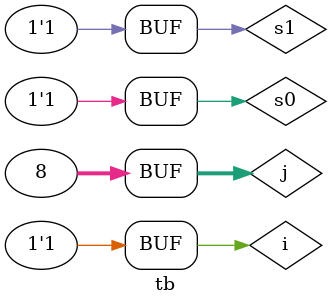
<source format=v>
module demux_behavioral(input i,s1,s0, output reg i0,i1,i2,i3);
	always @(i or s1 or s0) begin
		{i0,i1,i2,i3} = 4'b0000;
		case({s1,s0}) 
			2'b00: i0 = i;
			2'b01: i1 = i;
			2'b10: i2 = i;
			2'b11: i3 = i;
		endcase
	end
endmodule

module tb();
	reg i,s1,s0;
	wire i0,i1,i2,i3;
	integer j;
	demux_behavioral demux(i,s1,s0,i0,i1,i2,i3);
	initial begin
		for(j=0;j<8;j=j+1) begin
			{i,s1,s0} = j;
			#1;
		end
	end
endmodule



</source>
